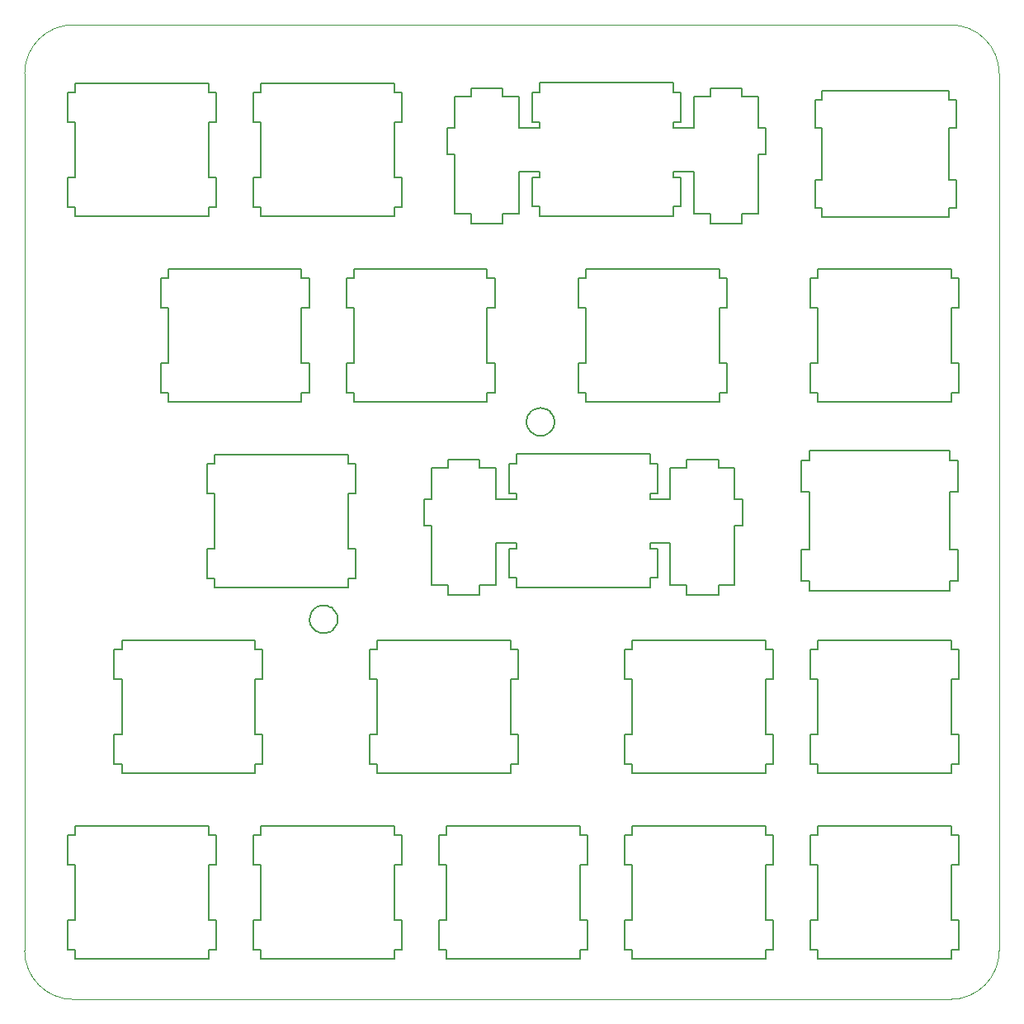
<source format=gbr>
G04 #@! TF.GenerationSoftware,KiCad,Pcbnew,(5.1.4)-1*
G04 #@! TF.CreationDate,2021-05-16T21:50:36-04:00*
G04 #@! TF.ProjectId,shape_test,73686170-655f-4746-9573-742e6b696361,rev?*
G04 #@! TF.SameCoordinates,Original*
G04 #@! TF.FileFunction,Profile,NP*
%FSLAX46Y46*%
G04 Gerber Fmt 4.6, Leading zero omitted, Abs format (unit mm)*
G04 Created by KiCad (PCBNEW (5.1.4)-1) date 2021-05-16 21:50:36*
%MOMM*%
%LPD*%
G04 APERTURE LIST*
%ADD10C,0.200000*%
%ADD11C,0.050000*%
G04 APERTURE END LIST*
D10*
X179917019Y-103070053D02*
X179917019Y-102043256D01*
X164719331Y-98859157D02*
X164719331Y-102043256D01*
X165541799Y-89721687D02*
X164719331Y-89721687D01*
X165541799Y-88694890D02*
X165541799Y-89721687D01*
X179917019Y-88694890D02*
X165541799Y-88694890D01*
X179917019Y-89721687D02*
X179917019Y-88694890D01*
X164719331Y-102043256D02*
X165541799Y-102043256D01*
X180736407Y-89721687D02*
X179917019Y-89721687D01*
X180736407Y-92904759D02*
X180736407Y-89721687D01*
X179917019Y-92904759D02*
X180736407Y-92904759D01*
X179917019Y-98859157D02*
X179917019Y-92904759D01*
X180736407Y-98859157D02*
X179917019Y-98859157D01*
X164719331Y-89721687D02*
X164719331Y-92904759D01*
X180736407Y-102043256D02*
X180736407Y-98859157D01*
X179917019Y-102043256D02*
X180736407Y-102043256D01*
X165541799Y-103070053D02*
X179917019Y-103070053D01*
X165541799Y-102043256D02*
X165541799Y-103070053D01*
X165541799Y-98859157D02*
X164719331Y-98859157D01*
X164719331Y-92904759D02*
X165541799Y-92904759D01*
X165541799Y-92904759D02*
X165541799Y-98859157D01*
X179846475Y-64737799D02*
X179846475Y-63808987D01*
X166097076Y-55542558D02*
X166841165Y-55542558D01*
X180587777Y-55542558D02*
X180587777Y-52663240D01*
X166841165Y-60928740D02*
X166097076Y-60928740D01*
X179846475Y-60928740D02*
X179846475Y-55542558D01*
X180587777Y-52663240D02*
X179846475Y-52663240D01*
X166841165Y-55542558D02*
X166841165Y-60928740D01*
X166097076Y-60928740D02*
X166097076Y-63808987D01*
X180587777Y-60928740D02*
X179846475Y-60928740D01*
X180587777Y-63808987D02*
X180587777Y-60928740D01*
X166841165Y-64737799D02*
X179846475Y-64737799D01*
X166097076Y-52663240D02*
X166097076Y-55542558D01*
X166841165Y-51734427D02*
X166841165Y-52663240D01*
X179846475Y-55542558D02*
X180587777Y-55542558D01*
X166841165Y-63808987D02*
X166841165Y-64737799D01*
X166097076Y-63808987D02*
X166841165Y-63808987D01*
X179846475Y-51734427D02*
X166841165Y-51734427D01*
X179846475Y-52663240D02*
X179846475Y-51734427D01*
X166841165Y-52663240D02*
X166097076Y-52663240D01*
X179846475Y-63808987D02*
X180587777Y-63808987D01*
X90202433Y-51950000D02*
X89420132Y-51950000D01*
X122942698Y-50972195D02*
X109252433Y-50972195D01*
X103892699Y-64661463D02*
X103892699Y-63683658D01*
X104674999Y-51950000D02*
X103892699Y-51950000D01*
X103892699Y-63683658D02*
X104674999Y-63683658D01*
X89420132Y-60651485D02*
X89420132Y-63683658D01*
X103892699Y-51950000D02*
X103892699Y-50972195D01*
X90202433Y-60651485D02*
X89420132Y-60651485D01*
X109252433Y-50972195D02*
X109252433Y-51950000D01*
X122942698Y-51950000D02*
X122942698Y-50972195D01*
X123725000Y-54981195D02*
X123725000Y-51950000D01*
X103892699Y-54981195D02*
X104674999Y-54981195D01*
X90202433Y-64661463D02*
X103892699Y-64661463D01*
X104674999Y-60651485D02*
X103892699Y-60651485D01*
X90202433Y-63683658D02*
X90202433Y-64661463D01*
X104674999Y-54981195D02*
X104674999Y-51950000D01*
X89420132Y-54981195D02*
X90202433Y-54981195D01*
X90202433Y-50972195D02*
X90202433Y-51950000D01*
X103892699Y-60651485D02*
X103892699Y-54981195D01*
X90202433Y-54981195D02*
X90202433Y-60651485D01*
X123725000Y-51950000D02*
X122942698Y-51950000D01*
X104674999Y-63683658D02*
X104674999Y-60651485D01*
X89420132Y-51950000D02*
X89420132Y-54981195D01*
X103892699Y-50972195D02*
X90202433Y-50972195D01*
X89420132Y-63683658D02*
X90202433Y-63683658D01*
X109252433Y-51950000D02*
X108470132Y-51950000D01*
X108470132Y-51950000D02*
X108470132Y-54981195D01*
X108470132Y-63683658D02*
X109252433Y-63683658D01*
X108470132Y-60651485D02*
X108470132Y-63683658D01*
X109252433Y-60651485D02*
X108470132Y-60651485D01*
X108470132Y-54981195D02*
X109252433Y-54981195D01*
X122942698Y-54981195D02*
X123725000Y-54981195D01*
X122942698Y-60651485D02*
X122942698Y-54981195D01*
X122942698Y-63683658D02*
X123725000Y-63683658D01*
X122942698Y-64661463D02*
X122942698Y-63683658D01*
X109252433Y-54981195D02*
X109252433Y-60651485D01*
X123725000Y-60651485D02*
X122942698Y-60651485D01*
X123725000Y-63683658D02*
X123725000Y-60651485D01*
X109252433Y-64661463D02*
X122942698Y-64661463D01*
X109252433Y-63683658D02*
X109252433Y-64661463D01*
X142775000Y-139883657D02*
X142775000Y-136852462D01*
X123725000Y-136852462D02*
X122942698Y-136852462D01*
X147352433Y-128149999D02*
X146570133Y-128149999D01*
X109252433Y-139883657D02*
X109252433Y-140861462D01*
X90202433Y-131180217D02*
X90202433Y-136852462D01*
X108470132Y-139883657D02*
X109252433Y-139883657D01*
X89420132Y-128149999D02*
X89420132Y-131180217D01*
X123725000Y-128149999D02*
X122942698Y-128149999D01*
X122942698Y-131180217D02*
X123725000Y-131180217D01*
X122942698Y-139883657D02*
X123725000Y-139883657D01*
X122942698Y-140861462D02*
X122942698Y-139883657D01*
X142775000Y-131180217D02*
X142775000Y-128149999D01*
X127520132Y-136852462D02*
X127520132Y-139883657D01*
X141992699Y-140861462D02*
X141992699Y-139883657D01*
X127520132Y-139883657D02*
X128302432Y-139883657D01*
X128302432Y-131180217D02*
X128302432Y-136852462D01*
X161042699Y-127172195D02*
X147352433Y-127172195D01*
X161042699Y-128149999D02*
X161042699Y-127172195D01*
X141992699Y-139883657D02*
X142775000Y-139883657D01*
X128302432Y-127172195D02*
X128302432Y-128149999D01*
X122942698Y-128149999D02*
X122942698Y-127172195D01*
X109252433Y-136852462D02*
X108470132Y-136852462D01*
X128302432Y-139883657D02*
X128302432Y-140861462D01*
X128302432Y-128149999D02*
X127520132Y-128149999D01*
X123725000Y-131180217D02*
X123725000Y-128149999D01*
X109252433Y-128149999D02*
X108470132Y-128149999D01*
X108470132Y-136852462D02*
X108470132Y-139883657D01*
X108470132Y-131180217D02*
X109252433Y-131180217D01*
X127520132Y-128149999D02*
X127520132Y-131180217D01*
X128302432Y-136852462D02*
X127520132Y-136852462D01*
X161825000Y-128149999D02*
X161042699Y-128149999D01*
X141992699Y-127172195D02*
X128302432Y-127172195D01*
X90202433Y-139883657D02*
X90202433Y-140861462D01*
X89420132Y-139883657D02*
X90202433Y-139883657D01*
X122942698Y-136852462D02*
X122942698Y-131180217D01*
X142775000Y-128149999D02*
X141992699Y-128149999D01*
X89420132Y-136852462D02*
X89420132Y-139883657D01*
X141992699Y-131180217D02*
X142775000Y-131180217D01*
X90202433Y-136852462D02*
X89420132Y-136852462D01*
X89420132Y-131180217D02*
X90202433Y-131180217D01*
X109252433Y-140861462D02*
X122942698Y-140861462D01*
X141992699Y-136852462D02*
X141992699Y-131180217D01*
X128302432Y-140861462D02*
X141992699Y-140861462D01*
X142775000Y-136852462D02*
X141992699Y-136852462D01*
X109252433Y-127172195D02*
X109252433Y-128149999D01*
X108470132Y-128149999D02*
X108470132Y-131180217D01*
X141992699Y-128149999D02*
X141992699Y-127172195D01*
X147352433Y-127172195D02*
X147352433Y-128149999D01*
X122942698Y-127172195D02*
X109252433Y-127172195D01*
X123725000Y-139883657D02*
X123725000Y-136852462D01*
X109252433Y-131180217D02*
X109252433Y-136852462D01*
X127520132Y-131180217D02*
X128302432Y-131180217D01*
X180875000Y-136852462D02*
X180092699Y-136852462D01*
X180875000Y-139883657D02*
X180875000Y-136852462D01*
X166402433Y-139883657D02*
X166402433Y-140861462D01*
X131679178Y-103475446D02*
X131679178Y-102517163D01*
X135479568Y-98146219D02*
X135479568Y-98732922D01*
X131679178Y-102517163D02*
X133366578Y-102517163D01*
X125956728Y-93648153D02*
X125956728Y-96386106D01*
X161042699Y-131180217D02*
X161825000Y-131180217D01*
X161825000Y-139883657D02*
X161825000Y-136852462D01*
X147352433Y-140861462D02*
X161042699Y-140861462D01*
X146570133Y-128149999D02*
X146570133Y-131180217D01*
X149174338Y-98732922D02*
X149174338Y-98146219D01*
X180092699Y-140861462D02*
X180092699Y-139883657D01*
X151262489Y-98146219D02*
X151262729Y-102517163D01*
X165620132Y-139883657D02*
X166402433Y-139883657D01*
X146570133Y-136852462D02*
X146570133Y-139883657D01*
X161042699Y-136852462D02*
X161042699Y-131180217D01*
X161825000Y-136852462D02*
X161042699Y-136852462D01*
X161042699Y-139883657D02*
X161825000Y-139883657D01*
X165620132Y-128149999D02*
X165620132Y-131180217D01*
X128451128Y-102517163D02*
X128451128Y-103475446D01*
X146570133Y-131180217D02*
X147352433Y-131180217D01*
X149956888Y-101764225D02*
X149956888Y-98732922D01*
X134697008Y-101764225D02*
X135479568Y-101764225D01*
X180092699Y-128149999D02*
X180092699Y-127172195D01*
X149174338Y-101764225D02*
X149956888Y-101764225D01*
X149174338Y-98146219D02*
X151262489Y-98146219D01*
X135479568Y-98732922D02*
X134697008Y-98732922D01*
X133366578Y-98146219D02*
X135479568Y-98146219D01*
X126763738Y-96386106D02*
X126763738Y-102517163D01*
X166402433Y-140861462D02*
X180092699Y-140861462D01*
X131679178Y-90489730D02*
X131679178Y-89590117D01*
X134697008Y-98732922D02*
X134697008Y-101764225D01*
X126763738Y-90489730D02*
X126763738Y-93648153D01*
X131679178Y-89590117D02*
X128451128Y-89590117D01*
X128451128Y-89590117D02*
X128451128Y-90489730D01*
X161042699Y-140861462D02*
X161042699Y-139883657D01*
X180875000Y-131180217D02*
X180875000Y-128149999D01*
X180092699Y-136852462D02*
X180092699Y-131180217D01*
X180092699Y-139883657D02*
X180875000Y-139883657D01*
X166402433Y-136852462D02*
X165620132Y-136852462D01*
X149174338Y-102742066D02*
X149174338Y-101764225D01*
X161825000Y-131180217D02*
X161825000Y-128149999D01*
X166402433Y-128149999D02*
X165620132Y-128149999D01*
X165620132Y-136852462D02*
X165620132Y-139883657D01*
X133366578Y-102517163D02*
X133366578Y-98146219D01*
X147352433Y-139883657D02*
X147352433Y-140861462D01*
X146570133Y-139883657D02*
X147352433Y-139883657D01*
X147352433Y-131180217D02*
X147352433Y-136852462D01*
X180092699Y-127172195D02*
X166402433Y-127172195D01*
X166402433Y-131180217D02*
X166402433Y-136852462D01*
X128451128Y-90489730D02*
X126763738Y-90489730D01*
X125956728Y-96386106D02*
X126763738Y-96386106D01*
X135479568Y-102742066D02*
X149174338Y-102742066D01*
X165620132Y-131180217D02*
X166402433Y-131180217D01*
X128451128Y-103475446D02*
X131679178Y-103475446D01*
X126763738Y-102517163D02*
X128451128Y-102517163D01*
X180875000Y-128149999D02*
X180092699Y-128149999D01*
X135479568Y-101764225D02*
X135479568Y-102742066D01*
X149956888Y-98732922D02*
X149174338Y-98732922D01*
X147352433Y-136852462D02*
X146570133Y-136852462D01*
X166402433Y-127172195D02*
X166402433Y-128149999D01*
X126763738Y-93648153D02*
X125956728Y-93648153D01*
X180092699Y-131180217D02*
X180875000Y-131180217D01*
X129144987Y-55545506D02*
X128337978Y-55545506D01*
X137860818Y-55545506D02*
X135748318Y-55545506D01*
X135479568Y-89052304D02*
X135479568Y-90030145D01*
X135479568Y-90030145D02*
X134697008Y-90030145D01*
X135747828Y-64414517D02*
X135747828Y-60043572D01*
X128337978Y-55545506D02*
X128337978Y-58283460D01*
X157865569Y-93648153D02*
X157865569Y-90489730D01*
X157865569Y-96386106D02*
X158672579Y-96386106D01*
X130832378Y-64414517D02*
X130832378Y-65372800D01*
X156178179Y-102517163D02*
X157865569Y-102517163D01*
X137860818Y-60630276D02*
X137078258Y-60630276D01*
X130832378Y-65372800D02*
X134060428Y-65372800D01*
X130832378Y-52387084D02*
X129144987Y-52387084D01*
X134697008Y-93060471D02*
X135479568Y-93060471D01*
X151262499Y-93648153D02*
X149174338Y-93648153D01*
X135747828Y-52387084D02*
X134060428Y-52387084D01*
X152950129Y-103475446D02*
X156178179Y-103475446D01*
X153643739Y-60043572D02*
X153643979Y-64414517D01*
X151555589Y-60043572D02*
X153643739Y-60043572D01*
X152338139Y-63661579D02*
X152338139Y-60630276D01*
X151555589Y-64639420D02*
X151555589Y-63661579D01*
X149174338Y-93648153D02*
X149174338Y-93060471D01*
X151262729Y-90489730D02*
X151262499Y-93648153D01*
X128337978Y-58283460D02*
X129144987Y-58283460D01*
X134060428Y-52387084D02*
X134060428Y-51487471D01*
X156178179Y-89590117D02*
X152950129Y-89590117D01*
X134060428Y-65372800D02*
X134060428Y-64414517D01*
X137860818Y-64639420D02*
X151555589Y-64639420D01*
X129144987Y-64414517D02*
X130832378Y-64414517D01*
X129144987Y-52387084D02*
X129144987Y-55545506D01*
X137078258Y-60630276D02*
X137078258Y-63661579D01*
X137860818Y-63661579D02*
X137860818Y-64639420D01*
X149174338Y-89052304D02*
X135479568Y-89052304D01*
X137860818Y-54957825D02*
X137860818Y-55545506D01*
X133366578Y-90489730D02*
X131679178Y-90489730D01*
X133367068Y-93648153D02*
X133366578Y-90489730D01*
X151555589Y-63661579D02*
X152338139Y-63661579D01*
X134060428Y-64414517D02*
X135747828Y-64414517D01*
X130832378Y-51487471D02*
X130832378Y-52387084D01*
X135479568Y-93648153D02*
X133367068Y-93648153D01*
X135479568Y-93060471D02*
X135479568Y-93648153D01*
X134697008Y-90030145D02*
X134697008Y-93060471D01*
X149174338Y-90030145D02*
X149174338Y-89052304D01*
X134060428Y-51487471D02*
X130832378Y-51487471D01*
X149956888Y-90030145D02*
X149174338Y-90030145D01*
X156178179Y-103475446D02*
X156178179Y-102517163D01*
X158672579Y-93648153D02*
X157865569Y-93648153D01*
X137078258Y-63661579D02*
X137860818Y-63661579D01*
X152338139Y-60630276D02*
X151555589Y-60630276D01*
X151555589Y-60630276D02*
X151555589Y-60043572D01*
X149956888Y-93060471D02*
X149956888Y-90030145D01*
X149174338Y-93060471D02*
X149956888Y-93060471D01*
X152950129Y-89590117D02*
X152950129Y-90489730D01*
X152950129Y-102517163D02*
X152950129Y-103475446D01*
X135748318Y-55545506D02*
X135747828Y-52387084D01*
X157865569Y-90489730D02*
X156178179Y-90489730D01*
X158672579Y-96386106D02*
X158672579Y-93648153D01*
X151262729Y-102517163D02*
X152950129Y-102517163D01*
X137860818Y-60043572D02*
X137860818Y-60630276D01*
X129144987Y-58283460D02*
X129144987Y-64414517D01*
X152950129Y-90489730D02*
X151262729Y-90489730D01*
X156178179Y-90489730D02*
X156178179Y-89590117D01*
X157865569Y-102517163D02*
X157865569Y-96386106D01*
X135747828Y-60043572D02*
X137860818Y-60043572D01*
X137860818Y-50949658D02*
X137860818Y-51927499D01*
X151555589Y-51927499D02*
X151555589Y-50949658D01*
X151555589Y-50949658D02*
X137860818Y-50949658D01*
X152338139Y-51927499D02*
X151555589Y-51927499D01*
X151555589Y-55545506D02*
X151555589Y-54957825D01*
X153643749Y-55545506D02*
X151555589Y-55545506D01*
X153643979Y-52387084D02*
X153643749Y-55545506D01*
X161053829Y-58283460D02*
X161053829Y-55545506D01*
X158559429Y-52387084D02*
X158559429Y-51487471D01*
X160246819Y-52387084D02*
X158559429Y-52387084D01*
X161053829Y-55545506D02*
X160246819Y-55545506D01*
X158559429Y-65372800D02*
X158559429Y-64414517D01*
X153643979Y-64414517D02*
X155331379Y-64414517D01*
X160246819Y-55545506D02*
X160246819Y-52387084D01*
X155331379Y-65372800D02*
X158559429Y-65372800D01*
X137078258Y-54957825D02*
X137860818Y-54957825D01*
X137078258Y-51927499D02*
X137078258Y-54957825D01*
X152338139Y-54957825D02*
X152338139Y-51927499D01*
X158559429Y-51487471D02*
X155331379Y-51487471D01*
X158559429Y-64414517D02*
X160246819Y-64414517D01*
X151555589Y-54957825D02*
X152338139Y-54957825D01*
X155331379Y-51487471D02*
X155331379Y-52387084D01*
X155331379Y-64414517D02*
X155331379Y-65372800D01*
X160246819Y-64414517D02*
X160246819Y-58283460D01*
X137860818Y-51927499D02*
X137078258Y-51927499D01*
X155331379Y-52387084D02*
X153643979Y-52387084D01*
X160246819Y-58283460D02*
X161053829Y-58283460D01*
X117110261Y-105996525D02*
X117097813Y-105808287D01*
X117097813Y-105808287D02*
X117065133Y-105640194D01*
X117065133Y-105640194D02*
X117016503Y-105487392D01*
X117016503Y-105487392D02*
X116954361Y-105347411D01*
X116954361Y-105347411D02*
X116881231Y-105220471D01*
X116881231Y-105220471D02*
X116796964Y-105103528D01*
X116796964Y-105103528D02*
X116703042Y-104997407D01*
X116703042Y-104997407D02*
X116691633Y-104985867D01*
X114670318Y-104985867D02*
X114575021Y-105091127D01*
X114575021Y-105091127D02*
X114490005Y-105206288D01*
X114490005Y-105206288D02*
X114415599Y-105331916D01*
X114415599Y-105331916D02*
X114352097Y-105470256D01*
X114352097Y-105470256D02*
X114301840Y-105621197D01*
X114301840Y-105621197D02*
X114267188Y-105786545D01*
X114267188Y-105786545D02*
X114251877Y-105973221D01*
X114251877Y-105973221D02*
X114251690Y-105996525D01*
X138941787Y-86757292D02*
X139037079Y-86652027D01*
X139037079Y-86652027D02*
X139122093Y-86536866D01*
X139122093Y-86536866D02*
X139196624Y-86410994D01*
X139196624Y-86410994D02*
X139259999Y-86272895D01*
X139259999Y-86272895D02*
X139310398Y-86121426D01*
X139310398Y-86121426D02*
X139345269Y-85954164D01*
X139345269Y-85954164D02*
X139360257Y-85767714D01*
X139360257Y-85767714D02*
X139360415Y-85746634D01*
X115680975Y-107425811D02*
X115869205Y-107413363D01*
X115869205Y-107413363D02*
X116037297Y-107380682D01*
X116037297Y-107380682D02*
X116190482Y-107331908D01*
X116190482Y-107331908D02*
X116329838Y-107270035D01*
X116329838Y-107270035D02*
X116457940Y-107196186D01*
X116457940Y-107196186D02*
X116574394Y-107112168D01*
X116574394Y-107112168D02*
X116681572Y-107017137D01*
X116681572Y-107017137D02*
X116691633Y-107007183D01*
X139360415Y-85746634D02*
X139347967Y-85558396D01*
X139347967Y-85558396D02*
X139315286Y-85390303D01*
X139315286Y-85390303D02*
X139266656Y-85237501D01*
X139266656Y-85237501D02*
X139204514Y-85097520D01*
X139204514Y-85097520D02*
X139131384Y-84970580D01*
X139131384Y-84970580D02*
X139047117Y-84853637D01*
X139047117Y-84853637D02*
X138953196Y-84747516D01*
X138953196Y-84747516D02*
X138941787Y-84735976D01*
X115680975Y-104567239D02*
X115492737Y-104579678D01*
X115492737Y-104579678D02*
X115325173Y-104612225D01*
X115325173Y-104612225D02*
X115172988Y-104660552D01*
X115172988Y-104660552D02*
X115034049Y-104722019D01*
X115034049Y-104722019D02*
X114906759Y-104795076D01*
X114906759Y-104795076D02*
X114789911Y-104878984D01*
X114789911Y-104878984D02*
X114683545Y-104972805D01*
X114683545Y-104972805D02*
X114670318Y-104985867D01*
X116691633Y-107007183D02*
X116786926Y-106901918D01*
X116786926Y-106901918D02*
X116871940Y-106786757D01*
X116871940Y-106786757D02*
X116946471Y-106660885D01*
X116946471Y-106660885D02*
X117009846Y-106522786D01*
X117009846Y-106522786D02*
X117060245Y-106371317D01*
X117060245Y-106371317D02*
X117095115Y-106204055D01*
X117095115Y-106204055D02*
X117110103Y-106017605D01*
X117110103Y-106017605D02*
X117110261Y-105996525D01*
X137931129Y-84317348D02*
X137742891Y-84329787D01*
X137742891Y-84329787D02*
X137575327Y-84362334D01*
X137575327Y-84362334D02*
X137423142Y-84410661D01*
X137423142Y-84410661D02*
X137284202Y-84472128D01*
X137284202Y-84472128D02*
X137156912Y-84545185D01*
X137156912Y-84545185D02*
X137040064Y-84629093D01*
X137040064Y-84629093D02*
X136933698Y-84722914D01*
X136933698Y-84722914D02*
X136920471Y-84735976D01*
X114670318Y-107007183D02*
X114775578Y-107102475D01*
X114775578Y-107102475D02*
X114890739Y-107187489D01*
X114890739Y-107187489D02*
X115016367Y-107261892D01*
X115016367Y-107261892D02*
X115155720Y-107325796D01*
X115155720Y-107325796D02*
X115306700Y-107375937D01*
X115306700Y-107375937D02*
X115473166Y-107410626D01*
X115473166Y-107410626D02*
X115659888Y-107425653D01*
X115659888Y-107425653D02*
X115680975Y-107425811D01*
X136920471Y-86757292D02*
X137025731Y-86852584D01*
X137025731Y-86852584D02*
X137140892Y-86937598D01*
X137140892Y-86937598D02*
X137266520Y-87012001D01*
X137266520Y-87012001D02*
X137405874Y-87075905D01*
X137405874Y-87075905D02*
X137556854Y-87126046D01*
X137556854Y-87126046D02*
X137723320Y-87160735D01*
X137723320Y-87160735D02*
X137910042Y-87175762D01*
X137910042Y-87175762D02*
X137931129Y-87175920D01*
X136920471Y-84735976D02*
X136825174Y-84841236D01*
X136825174Y-84841236D02*
X136740159Y-84956397D01*
X136740159Y-84956397D02*
X136665753Y-85082025D01*
X136665753Y-85082025D02*
X136602251Y-85220365D01*
X136602251Y-85220365D02*
X136551994Y-85371306D01*
X136551994Y-85371306D02*
X136517342Y-85536654D01*
X136517342Y-85536654D02*
X136502031Y-85723330D01*
X136502031Y-85723330D02*
X136501843Y-85746634D01*
X138941787Y-84735976D02*
X138836522Y-84640679D01*
X138836522Y-84640679D02*
X138721361Y-84555664D01*
X138721361Y-84555664D02*
X138595489Y-84481132D01*
X138595489Y-84481132D02*
X138454602Y-84416655D01*
X138454602Y-84416655D02*
X138303285Y-84366642D01*
X138303285Y-84366642D02*
X138137303Y-84332287D01*
X138137303Y-84332287D02*
X137949992Y-84317470D01*
X137949992Y-84317470D02*
X137931129Y-84317348D01*
X137931129Y-87175920D02*
X138119359Y-87163472D01*
X138119359Y-87163472D02*
X138287451Y-87130791D01*
X138287451Y-87130791D02*
X138440635Y-87082017D01*
X138440635Y-87082017D02*
X138579992Y-87020144D01*
X138579992Y-87020144D02*
X138708094Y-86946295D01*
X138708094Y-86946295D02*
X138824548Y-86862277D01*
X138824548Y-86862277D02*
X138931726Y-86767246D01*
X138931726Y-86767246D02*
X138941787Y-86757292D01*
X116691633Y-104985867D02*
X116586368Y-104890570D01*
X116586368Y-104890570D02*
X116471207Y-104805555D01*
X116471207Y-104805555D02*
X116345335Y-104731023D01*
X116345335Y-104731023D02*
X116204449Y-104666546D01*
X116204449Y-104666546D02*
X116053132Y-104616533D01*
X116053132Y-104616533D02*
X115887149Y-104582178D01*
X115887149Y-104582178D02*
X115699838Y-104567361D01*
X115699838Y-104567361D02*
X115680975Y-104567239D01*
X136501843Y-85746634D02*
X136514282Y-85934864D01*
X136514282Y-85934864D02*
X136547237Y-86104014D01*
X136547237Y-86104014D02*
X136595738Y-86256140D01*
X136595738Y-86256140D02*
X136657612Y-86395497D01*
X136657612Y-86395497D02*
X136730867Y-86522681D01*
X136730867Y-86522681D02*
X136814790Y-86639194D01*
X136814790Y-86639194D02*
X136909248Y-86745943D01*
X136909248Y-86745943D02*
X136920471Y-86757292D01*
X114251690Y-105996525D02*
X114264128Y-106184755D01*
X114264128Y-106184755D02*
X114297083Y-106353905D01*
X114297083Y-106353905D02*
X114345584Y-106506031D01*
X114345584Y-106506031D02*
X114407458Y-106645388D01*
X114407458Y-106645388D02*
X114480713Y-106772572D01*
X114480713Y-106772572D02*
X114564637Y-106889085D01*
X114564637Y-106889085D02*
X114659095Y-106995834D01*
X114659095Y-106995834D02*
X114670318Y-107007183D01*
X103892699Y-136852462D02*
X103892699Y-131180217D01*
X103892699Y-127172195D02*
X90202433Y-127172195D01*
X104674999Y-139883657D02*
X104674999Y-136852462D01*
X104674999Y-128149999D02*
X103892699Y-128149999D01*
X90202433Y-128149999D02*
X89420132Y-128149999D01*
X103892699Y-128149999D02*
X103892699Y-127172195D01*
X103892699Y-131180217D02*
X104674999Y-131180217D01*
X90202433Y-127172195D02*
X90202433Y-128149999D01*
X104674999Y-136852462D02*
X103892699Y-136852462D01*
X103892699Y-139883657D02*
X104674999Y-139883657D01*
X104674999Y-131180217D02*
X104674999Y-128149999D01*
X103892699Y-140861462D02*
X103892699Y-139883657D01*
X90202433Y-140861462D02*
X103892699Y-140861462D01*
X117995131Y-82733658D02*
X118777433Y-82733658D01*
X142589433Y-70022195D02*
X142589433Y-71000000D01*
X113417699Y-70022195D02*
X99727433Y-70022195D01*
X133250000Y-82733658D02*
X133250000Y-79702463D01*
X117995131Y-74031195D02*
X118777433Y-74031195D01*
X156279699Y-83711462D02*
X156279699Y-82733658D01*
X113417699Y-74031195D02*
X114200000Y-74031195D01*
X118777433Y-71000000D02*
X117995131Y-71000000D01*
X132467699Y-74031195D02*
X133250000Y-74031195D01*
X156279699Y-74031195D02*
X157062000Y-74031195D01*
X117995131Y-71000000D02*
X117995131Y-74031195D01*
X157062000Y-79702463D02*
X156279699Y-79702463D01*
X98945132Y-82733658D02*
X99727433Y-82733658D01*
X133250000Y-71000000D02*
X132467699Y-71000000D01*
X156279699Y-70022195D02*
X142589433Y-70022195D01*
X157062000Y-71000000D02*
X156279699Y-71000000D01*
X156279699Y-79702463D02*
X156279699Y-74031195D01*
X99727433Y-71000000D02*
X98945132Y-71000000D01*
X99727433Y-70022195D02*
X99727433Y-71000000D01*
X133250000Y-74031195D02*
X133250000Y-71000000D01*
X113417699Y-79702463D02*
X113417699Y-74031195D01*
X114200000Y-82733658D02*
X114200000Y-79702463D01*
X113417699Y-82733658D02*
X114200000Y-82733658D01*
X99727433Y-82733658D02*
X99727433Y-83711462D01*
X98945132Y-74031195D02*
X99727433Y-74031195D01*
X132467699Y-70022195D02*
X118777433Y-70022195D01*
X132467699Y-71000000D02*
X132467699Y-70022195D01*
X133250000Y-79702463D02*
X132467699Y-79702463D01*
X156279699Y-82733658D02*
X157062000Y-82733658D01*
X156279699Y-71000000D02*
X156279699Y-70022195D01*
X118777433Y-83711462D02*
X132467699Y-83711462D01*
X142589433Y-83711462D02*
X156279699Y-83711462D01*
X157062000Y-74031195D02*
X157062000Y-71000000D01*
X99727433Y-74031195D02*
X99727433Y-79702463D01*
X113417699Y-71000000D02*
X113417699Y-70022195D01*
X118777433Y-82733658D02*
X118777433Y-83711462D01*
X117995131Y-79702463D02*
X117995131Y-82733658D01*
X157062000Y-82733658D02*
X157062000Y-79702463D01*
X118777433Y-70022195D02*
X118777433Y-71000000D01*
X114200000Y-79702463D02*
X113417699Y-79702463D01*
X98945132Y-79702463D02*
X98945132Y-82733658D01*
X99727433Y-83711462D02*
X113417699Y-83711462D01*
X142589433Y-71000000D02*
X141807132Y-71000000D01*
X118777433Y-74031195D02*
X118777433Y-79702463D01*
X118777433Y-79702463D02*
X117995131Y-79702463D01*
X114200000Y-74031195D02*
X114200000Y-71000000D01*
X132467699Y-82733658D02*
X133250000Y-82733658D01*
X113417699Y-83711462D02*
X113417699Y-82733658D01*
X114200000Y-71000000D02*
X113417699Y-71000000D01*
X99727433Y-79702463D02*
X98945132Y-79702463D01*
X132467699Y-79702463D02*
X132467699Y-74031195D01*
X98945132Y-71000000D02*
X98945132Y-74031195D01*
X132467699Y-83711462D02*
X132467699Y-82733658D01*
X180875000Y-74031195D02*
X180875000Y-71000000D01*
X166402433Y-82733658D02*
X166402433Y-83711462D01*
X180092699Y-74031195D02*
X180875000Y-74031195D01*
X166402433Y-83711462D02*
X180092699Y-83711462D01*
X166402433Y-74031195D02*
X166402433Y-79702463D01*
X165620132Y-74031195D02*
X166402433Y-74031195D01*
X166402433Y-70022195D02*
X166402433Y-71000000D01*
X180092699Y-71000000D02*
X180092699Y-70022195D01*
X180092699Y-79702463D02*
X180092699Y-74031195D01*
X180875000Y-79702463D02*
X180092699Y-79702463D01*
X165620132Y-82733658D02*
X166402433Y-82733658D01*
X180092699Y-82733658D02*
X180875000Y-82733658D01*
X165620132Y-79702463D02*
X165620132Y-82733658D01*
X180875000Y-82733658D02*
X180875000Y-79702463D01*
X165620132Y-71000000D02*
X165620132Y-74031195D01*
X142589433Y-74031195D02*
X142589433Y-79702463D01*
X142589433Y-82733658D02*
X142589433Y-83711462D01*
X141807132Y-82733658D02*
X142589433Y-82733658D01*
X180092699Y-83711462D02*
X180092699Y-82733658D01*
X141807132Y-79702463D02*
X141807132Y-82733658D01*
X142589433Y-79702463D02*
X141807132Y-79702463D01*
X180875000Y-71000000D02*
X180092699Y-71000000D01*
X141807132Y-74031195D02*
X142589433Y-74031195D01*
X166402433Y-79702463D02*
X165620132Y-79702463D01*
X141807132Y-71000000D02*
X141807132Y-74031195D01*
X166402433Y-71000000D02*
X165620132Y-71000000D01*
X180092699Y-70022195D02*
X166402433Y-70022195D01*
X118179686Y-98752463D02*
X118179686Y-93081195D01*
X104489422Y-89072195D02*
X104489422Y-90050000D01*
X118961010Y-90050000D02*
X118179686Y-90050000D01*
X118961010Y-98752463D02*
X118179686Y-98752463D01*
X118179686Y-89072195D02*
X104489422Y-89072195D01*
X118179686Y-93081195D02*
X118961010Y-93081195D01*
X104489422Y-90050000D02*
X103707121Y-90050000D01*
X118179686Y-90050000D02*
X118179686Y-89072195D01*
X118961010Y-93081195D02*
X118961010Y-90050000D01*
X118961010Y-101783658D02*
X118961010Y-98752463D01*
X104489422Y-102761462D02*
X118179686Y-102761462D01*
X103707121Y-98752463D02*
X103707121Y-101783658D01*
X104489422Y-101783658D02*
X104489422Y-102761462D01*
X118179686Y-101783658D02*
X118961010Y-101783658D01*
X118179686Y-102761462D02*
X118179686Y-101783658D01*
X104489422Y-98752463D02*
X103707121Y-98752463D01*
X104489422Y-93081195D02*
X104489422Y-98752463D01*
X103707121Y-93081195D02*
X104489422Y-93081195D01*
X103707121Y-90050000D02*
X103707121Y-93081195D01*
X103707121Y-101783658D02*
X104489422Y-101783658D01*
X109437000Y-112130217D02*
X109437000Y-109099999D01*
X108654699Y-112130217D02*
X109437000Y-112130217D01*
X108654699Y-120833657D02*
X109437000Y-120833657D01*
X121158432Y-120833657D02*
X121158432Y-121811462D01*
X135631000Y-120833657D02*
X135631000Y-117802462D01*
X121158432Y-121811462D02*
X134848699Y-121811462D01*
X120376132Y-109099999D02*
X120376132Y-112130217D01*
X94182132Y-109099999D02*
X94182132Y-112130217D01*
X109437000Y-117802462D02*
X108654699Y-117802462D01*
X94964433Y-112130217D02*
X94964433Y-117802462D01*
X108654699Y-121811462D02*
X108654699Y-120833657D01*
X94964433Y-117802462D02*
X94182132Y-117802462D01*
X120376132Y-117802462D02*
X120376132Y-120833657D01*
X121158432Y-108122195D02*
X121158432Y-109099999D01*
X134848699Y-112130217D02*
X135631000Y-112130217D01*
X134848699Y-108122195D02*
X121158432Y-108122195D01*
X94182132Y-112130217D02*
X94964433Y-112130217D01*
X135631000Y-117802462D02*
X134848699Y-117802462D01*
X134848699Y-120833657D02*
X135631000Y-120833657D01*
X121158432Y-112130217D02*
X121158432Y-117802462D01*
X109437000Y-120833657D02*
X109437000Y-117802462D01*
X94964433Y-109099999D02*
X94182132Y-109099999D01*
X134848699Y-117802462D02*
X134848699Y-112130217D01*
X147352433Y-108122195D02*
X147352433Y-109099999D01*
X161825000Y-109099999D02*
X161042699Y-109099999D01*
X161042699Y-109099999D02*
X161042699Y-108122195D01*
X108654699Y-108122195D02*
X94964433Y-108122195D01*
X109437000Y-109099999D02*
X108654699Y-109099999D01*
X108654699Y-117802462D02*
X108654699Y-112130217D01*
X94964433Y-120833657D02*
X94964433Y-121811462D01*
X134848699Y-109099999D02*
X134848699Y-108122195D01*
X94964433Y-121811462D02*
X108654699Y-121811462D01*
X134848699Y-121811462D02*
X134848699Y-120833657D01*
X94182132Y-120833657D02*
X94964433Y-120833657D01*
X161042699Y-108122195D02*
X147352433Y-108122195D01*
X120376132Y-112130217D02*
X121158432Y-112130217D01*
X135631000Y-109099999D02*
X134848699Y-109099999D01*
X94182132Y-117802462D02*
X94182132Y-120833657D01*
X120376132Y-120833657D02*
X121158432Y-120833657D01*
X121158432Y-117802462D02*
X120376132Y-117802462D01*
X94964433Y-108122195D02*
X94964433Y-109099999D01*
X135631000Y-112130217D02*
X135631000Y-109099999D01*
X121158432Y-109099999D02*
X120376132Y-109099999D01*
X147352433Y-109099999D02*
X146570133Y-109099999D01*
X108654699Y-109099999D02*
X108654699Y-108122195D01*
X180092699Y-121811462D02*
X180092699Y-120833657D01*
X147352433Y-120833657D02*
X147352433Y-121811462D01*
X180092699Y-117802462D02*
X180092699Y-112130217D01*
X180092699Y-120833657D02*
X180875000Y-120833657D01*
X166402433Y-121811462D02*
X180092699Y-121811462D01*
X161042699Y-120833657D02*
X161825000Y-120833657D01*
X166402433Y-109099999D02*
X165620132Y-109099999D01*
X165620132Y-120833657D02*
X166402433Y-120833657D01*
X166402433Y-112130217D02*
X166402433Y-117802462D01*
X165620132Y-112130217D02*
X166402433Y-112130217D01*
X146570133Y-109099999D02*
X146570133Y-112130217D01*
X166402433Y-108122195D02*
X166402433Y-109099999D01*
X180875000Y-109099999D02*
X180092699Y-109099999D01*
X146570133Y-120833657D02*
X147352433Y-120833657D01*
X161825000Y-112130217D02*
X161825000Y-109099999D01*
X161042699Y-112130217D02*
X161825000Y-112130217D01*
X161042699Y-117802462D02*
X161042699Y-112130217D01*
X161825000Y-117802462D02*
X161042699Y-117802462D01*
X161825000Y-120833657D02*
X161825000Y-117802462D01*
X161042699Y-121811462D02*
X161042699Y-120833657D01*
X147352433Y-121811462D02*
X161042699Y-121811462D01*
X146570133Y-117802462D02*
X146570133Y-120833657D01*
X166402433Y-120833657D02*
X166402433Y-121811462D01*
X180875000Y-117802462D02*
X180092699Y-117802462D01*
X165620132Y-109099999D02*
X165620132Y-112130217D01*
X147352433Y-117802462D02*
X146570133Y-117802462D01*
X147352433Y-112130217D02*
X147352433Y-117802462D01*
X146570133Y-112130217D02*
X147352433Y-112130217D01*
X165620132Y-117802462D02*
X165620132Y-120833657D01*
X180092699Y-109099999D02*
X180092699Y-108122195D01*
X180092699Y-112130217D02*
X180875000Y-112130217D01*
X180875000Y-120833657D02*
X180875000Y-117802462D01*
X166402433Y-117802462D02*
X165620132Y-117802462D01*
X180092699Y-108122195D02*
X166402433Y-108122195D01*
X180875000Y-112130217D02*
X180875000Y-109099999D01*
D11*
X180000000Y-45000000D02*
G75*
G02X185000000Y-50000000I0J-5000000D01*
G01*
X185000000Y-140000000D02*
G75*
G02X180000000Y-145000000I-5000000J0D01*
G01*
X90000000Y-145000000D02*
G75*
G02X85000000Y-140000000I0J5000000D01*
G01*
X85000000Y-50000000D02*
G75*
G02X90000000Y-45000000I5000000J0D01*
G01*
X180000000Y-45000000D02*
X90000000Y-45000000D01*
X185000000Y-140000000D02*
X185000000Y-50000000D01*
X90000000Y-145000000D02*
X180000000Y-145000000D01*
X85000000Y-50000000D02*
X85000000Y-140000000D01*
M02*

</source>
